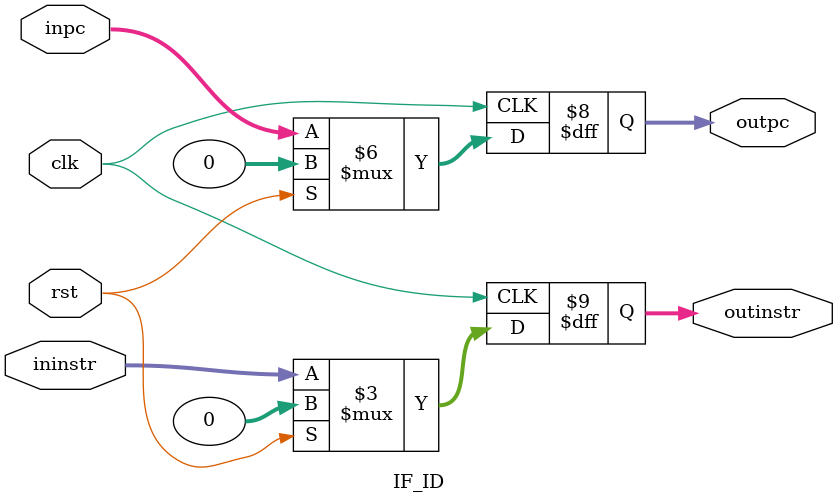
<source format=v>
module IF_ID(clk, rst,inpc ,ininstr, outpc, outinstr);
	input clk, rst;
	input [31:0] inpc, ininstr ;
	output [31:0] outpc, outinstr ;
	reg [31:0] outpc, outinstr ;

	
	always @( posedge clk ) begin
		if (rst) begin
			outpc <= 32'b0;
			outinstr <= 32'b0;
		end
		else begin
			outpc <= inpc ;
			outinstr <= ininstr ;
		end
	end
		
endmodule
</source>
